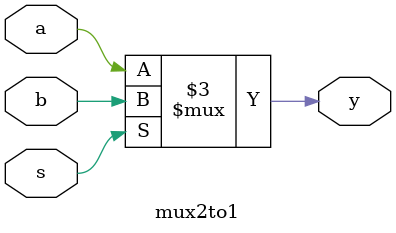
<source format=v>
module mux2to1(a,b,s,y);
  input a,b,s;
  output reg y;
  
  always@(*)
    begin
      if(s)
        y = b;
      else
        y = a;
    end
endmodule

</source>
